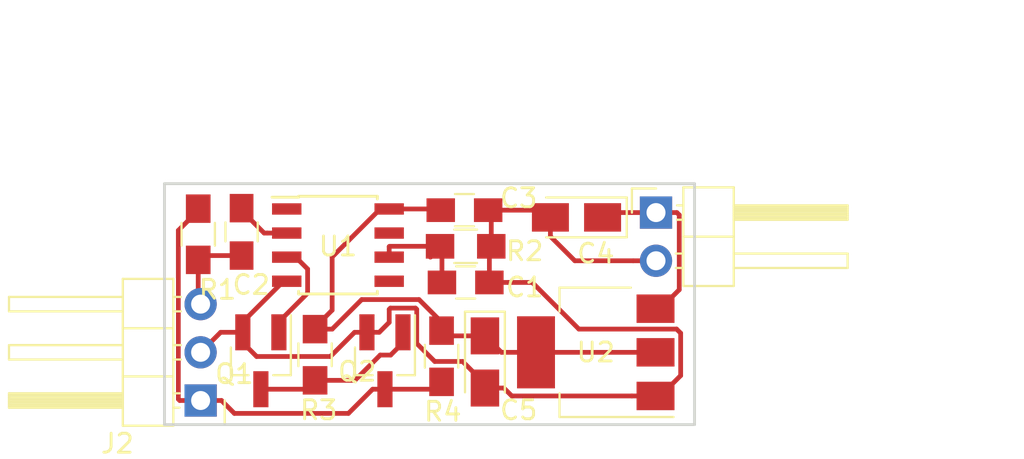
<source format=kicad_pcb>
(kicad_pcb (version 20171130) (host pcbnew "(2017-12-18 revision 3c6d17026)-makepkg")

  (general
    (thickness 1.6)
    (drawings 6)
    (tracks 108)
    (zones 0)
    (modules 15)
    (nets 13)
  )

  (page A4 portrait)
  (layers
    (0 F.Cu signal)
    (31 B.Cu signal)
    (33 F.Adhes user)
    (35 F.Paste user)
    (37 F.SilkS user)
    (39 F.Mask user)
    (40 Dwgs.User user)
    (41 Cmts.User user)
    (42 Eco1.User user)
    (43 Eco2.User user)
    (44 Edge.Cuts user)
    (45 Margin user)
    (47 F.CrtYd user)
    (49 F.Fab user)
  )

  (setup
    (last_trace_width 0.25)
    (trace_clearance 0.2)
    (zone_clearance 0.508)
    (zone_45_only no)
    (trace_min 0.2)
    (segment_width 0.2)
    (edge_width 0.15)
    (via_size 0.8)
    (via_drill 0.4)
    (via_min_size 0.4)
    (via_min_drill 0.3)
    (uvia_size 0.3)
    (uvia_drill 0.1)
    (uvias_allowed no)
    (uvia_min_size 0.2)
    (uvia_min_drill 0.1)
    (pcb_text_width 0.3)
    (pcb_text_size 1.5 1.5)
    (mod_edge_width 0.15)
    (mod_text_size 1 1)
    (mod_text_width 0.15)
    (pad_size 0.6 0.6)
    (pad_drill 0.3)
    (pad_to_mask_clearance 0.2)
    (aux_axis_origin 0 0)
    (visible_elements 7FFFFFFF)
    (pcbplotparams
      (layerselection 0x010fc_ffffffff)
      (usegerberextensions false)
      (usegerberattributes false)
      (usegerberadvancedattributes false)
      (creategerberjobfile false)
      (excludeedgelayer true)
      (linewidth 0.100000)
      (plotframeref false)
      (viasonmask false)
      (mode 1)
      (useauxorigin false)
      (hpglpennumber 1)
      (hpglpenspeed 20)
      (hpglpendiameter 15)
      (psnegative false)
      (psa4output false)
      (plotreference true)
      (plotvalue true)
      (plotinvisibletext false)
      (padsonsilk false)
      (subtractmaskfromsilk false)
      (outputformat 1)
      (mirror false)
      (drillshape 1)
      (scaleselection 1)
      (outputdirectory ""))
  )

  (net 0 "")
  (net 1 "Net-(C1-Pad1)")
  (net 2 GND)
  (net 3 "Net-(C2-Pad2)")
  (net 4 VideoIN)
  (net 5 +5V)
  (net 6 +12V)
  (net 7 VideoOUT)
  (net 8 "Net-(Q1-Pad1)")
  (net 9 "Net-(Q1-Pad3)")
  (net 10 "Net-(U1-Pad1)")
  (net 11 "Net-(U1-Pad5)")
  (net 12 "Net-(U1-Pad7)")

  (net_class Default "This is the default net class."
    (clearance 0.2)
    (trace_width 0.25)
    (via_dia 0.8)
    (via_drill 0.4)
    (uvia_dia 0.3)
    (uvia_drill 0.1)
    (add_net +12V)
    (add_net +5V)
    (add_net GND)
    (add_net "Net-(C1-Pad1)")
    (add_net "Net-(C2-Pad2)")
    (add_net "Net-(Q1-Pad1)")
    (add_net "Net-(Q1-Pad3)")
    (add_net "Net-(U1-Pad1)")
    (add_net "Net-(U1-Pad5)")
    (add_net "Net-(U1-Pad7)")
    (add_net VideoIN)
    (add_net VideoOUT)
  )

  (module Pin_Headers:Pin_Header_Angled_1x02_Pitch2.54mm (layer F.Cu) (tedit 5A45835D) (tstamp 5A463860)
    (at 55.118 29.464)
    (descr "Through hole angled pin header, 1x02, 2.54mm pitch, 6mm pin length, single row")
    (tags "Through hole angled pin header THT 1x02 2.54mm single row")
    (path /5A455CEA)
    (fp_text reference J1 (at 4.385 -2.27) (layer F.SilkS) hide
      (effects (font (size 1 1) (thickness 0.15)))
    )
    (fp_text value PWR (at 4.385 4.81) (layer F.Fab)
      (effects (font (size 1 1) (thickness 0.15)))
    )
    (fp_line (start 2.135 -1.27) (end 4.04 -1.27) (layer F.Fab) (width 0.1))
    (fp_line (start 4.04 -1.27) (end 4.04 3.81) (layer F.Fab) (width 0.1))
    (fp_line (start 4.04 3.81) (end 1.5 3.81) (layer F.Fab) (width 0.1))
    (fp_line (start 1.5 3.81) (end 1.5 -0.635) (layer F.Fab) (width 0.1))
    (fp_line (start 1.5 -0.635) (end 2.135 -1.27) (layer F.Fab) (width 0.1))
    (fp_line (start -0.32 -0.32) (end 1.5 -0.32) (layer F.Fab) (width 0.1))
    (fp_line (start -0.32 -0.32) (end -0.32 0.32) (layer F.Fab) (width 0.1))
    (fp_line (start -0.32 0.32) (end 1.5 0.32) (layer F.Fab) (width 0.1))
    (fp_line (start 4.04 -0.32) (end 10.04 -0.32) (layer F.Fab) (width 0.1))
    (fp_line (start 10.04 -0.32) (end 10.04 0.32) (layer F.Fab) (width 0.1))
    (fp_line (start 4.04 0.32) (end 10.04 0.32) (layer F.Fab) (width 0.1))
    (fp_line (start -0.32 2.22) (end 1.5 2.22) (layer F.Fab) (width 0.1))
    (fp_line (start -0.32 2.22) (end -0.32 2.86) (layer F.Fab) (width 0.1))
    (fp_line (start -0.32 2.86) (end 1.5 2.86) (layer F.Fab) (width 0.1))
    (fp_line (start 4.04 2.22) (end 10.04 2.22) (layer F.Fab) (width 0.1))
    (fp_line (start 10.04 2.22) (end 10.04 2.86) (layer F.Fab) (width 0.1))
    (fp_line (start 4.04 2.86) (end 10.04 2.86) (layer F.Fab) (width 0.1))
    (fp_line (start 1.44 -1.33) (end 1.44 3.87) (layer F.SilkS) (width 0.12))
    (fp_line (start 1.44 3.87) (end 4.1 3.87) (layer F.SilkS) (width 0.12))
    (fp_line (start 4.1 3.87) (end 4.1 -1.33) (layer F.SilkS) (width 0.12))
    (fp_line (start 4.1 -1.33) (end 1.44 -1.33) (layer F.SilkS) (width 0.12))
    (fp_line (start 4.1 -0.38) (end 10.1 -0.38) (layer F.SilkS) (width 0.12))
    (fp_line (start 10.1 -0.38) (end 10.1 0.38) (layer F.SilkS) (width 0.12))
    (fp_line (start 10.1 0.38) (end 4.1 0.38) (layer F.SilkS) (width 0.12))
    (fp_line (start 4.1 -0.32) (end 10.1 -0.32) (layer F.SilkS) (width 0.12))
    (fp_line (start 4.1 -0.2) (end 10.1 -0.2) (layer F.SilkS) (width 0.12))
    (fp_line (start 4.1 -0.08) (end 10.1 -0.08) (layer F.SilkS) (width 0.12))
    (fp_line (start 4.1 0.04) (end 10.1 0.04) (layer F.SilkS) (width 0.12))
    (fp_line (start 4.1 0.16) (end 10.1 0.16) (layer F.SilkS) (width 0.12))
    (fp_line (start 4.1 0.28) (end 10.1 0.28) (layer F.SilkS) (width 0.12))
    (fp_line (start 1.11 -0.38) (end 1.44 -0.38) (layer F.SilkS) (width 0.12))
    (fp_line (start 1.11 0.38) (end 1.44 0.38) (layer F.SilkS) (width 0.12))
    (fp_line (start 1.44 1.27) (end 4.1 1.27) (layer F.SilkS) (width 0.12))
    (fp_line (start 4.1 2.16) (end 10.1 2.16) (layer F.SilkS) (width 0.12))
    (fp_line (start 10.1 2.16) (end 10.1 2.92) (layer F.SilkS) (width 0.12))
    (fp_line (start 10.1 2.92) (end 4.1 2.92) (layer F.SilkS) (width 0.12))
    (fp_line (start 1.042929 2.16) (end 1.44 2.16) (layer F.SilkS) (width 0.12))
    (fp_line (start 1.042929 2.92) (end 1.44 2.92) (layer F.SilkS) (width 0.12))
    (fp_line (start -1.27 0) (end -1.27 -1.27) (layer F.SilkS) (width 0.12))
    (fp_line (start -1.27 -1.27) (end 0 -1.27) (layer F.SilkS) (width 0.12))
    (fp_line (start -1.8 -1.8) (end -1.8 4.35) (layer F.CrtYd) (width 0.05))
    (fp_line (start -1.8 4.35) (end 10.55 4.35) (layer F.CrtYd) (width 0.05))
    (fp_line (start 10.55 4.35) (end 10.55 -1.8) (layer F.CrtYd) (width 0.05))
    (fp_line (start 10.55 -1.8) (end -1.8 -1.8) (layer F.CrtYd) (width 0.05))
    (fp_text user %R (at 2.77 1.27 90) (layer F.Fab) hide
      (effects (font (size 1 1) (thickness 0.15)))
    )
    (pad 1 thru_hole rect (at 0 0) (size 1.7 1.7) (drill 1) (layers *.Cu *.Mask)
      (net 6 +12V))
    (pad 2 thru_hole oval (at 0 2.54) (size 1.7 1.7) (drill 1) (layers *.Cu *.Mask)
      (net 2 GND))
    (model ${KISYS3DMOD}/Pin_Headers.3dshapes/Pin_Header_Angled_1x02_Pitch2.54mm.wrl
      (at (xyz 0 0 0))
      (scale (xyz 1 1 1))
      (rotate (xyz 0 0 0))
    )
  )

  (module Capacitors_SMD:C_0805_HandSoldering (layer F.Cu) (tedit 5A45843F) (tstamp 5A46380E)
    (at 45.085 33.147)
    (descr "Capacitor SMD 0805, hand soldering")
    (tags "capacitor 0805")
    (path /5A4561A1)
    (attr smd)
    (fp_text reference C1 (at 3.1115 0.254) (layer F.SilkS)
      (effects (font (size 1 1) (thickness 0.15)))
    )
    (fp_text value 100n (at 0 1.75) (layer F.Fab)
      (effects (font (size 1 1) (thickness 0.15)))
    )
    (fp_text user %R (at 0 -1.75) (layer F.Fab)
      (effects (font (size 1 1) (thickness 0.15)))
    )
    (fp_line (start -1 0.62) (end -1 -0.62) (layer F.Fab) (width 0.1))
    (fp_line (start 1 0.62) (end -1 0.62) (layer F.Fab) (width 0.1))
    (fp_line (start 1 -0.62) (end 1 0.62) (layer F.Fab) (width 0.1))
    (fp_line (start -1 -0.62) (end 1 -0.62) (layer F.Fab) (width 0.1))
    (fp_line (start 0.5 -0.85) (end -0.5 -0.85) (layer F.SilkS) (width 0.12))
    (fp_line (start -0.5 0.85) (end 0.5 0.85) (layer F.SilkS) (width 0.12))
    (fp_line (start -2.25 -0.88) (end 2.25 -0.88) (layer F.CrtYd) (width 0.05))
    (fp_line (start -2.25 -0.88) (end -2.25 0.87) (layer F.CrtYd) (width 0.05))
    (fp_line (start 2.25 0.87) (end 2.25 -0.88) (layer F.CrtYd) (width 0.05))
    (fp_line (start 2.25 0.87) (end -2.25 0.87) (layer F.CrtYd) (width 0.05))
    (pad 1 smd rect (at -1.25 0) (size 1.5 1.25) (layers F.Cu F.Paste F.Mask)
      (net 1 "Net-(C1-Pad1)"))
    (pad 2 smd rect (at 1.25 0) (size 1.5 1.25) (layers F.Cu F.Paste F.Mask)
      (net 2 GND))
    (model Capacitors_SMD.3dshapes/C_0805.wrl
      (at (xyz 0 0 0))
      (scale (xyz 1 1 1))
      (rotate (xyz 0 0 0))
    )
  )

  (module Capacitors_SMD:C_0805_HandSoldering (layer F.Cu) (tedit 5A458469) (tstamp 5A4637DE)
    (at 33.274 30.48 90)
    (descr "Capacitor SMD 0805, hand soldering")
    (tags "capacitor 0805")
    (path /5A456476)
    (attr smd)
    (fp_text reference C2 (at -2.794 0.508 180) (layer F.SilkS)
      (effects (font (size 1 1) (thickness 0.15)))
    )
    (fp_text value 100n (at 0 1.75 90) (layer F.Fab)
      (effects (font (size 1 1) (thickness 0.15)))
    )
    (fp_line (start 2.25 0.87) (end -2.25 0.87) (layer F.CrtYd) (width 0.05))
    (fp_line (start 2.25 0.87) (end 2.25 -0.88) (layer F.CrtYd) (width 0.05))
    (fp_line (start -2.25 -0.88) (end -2.25 0.87) (layer F.CrtYd) (width 0.05))
    (fp_line (start -2.25 -0.88) (end 2.25 -0.88) (layer F.CrtYd) (width 0.05))
    (fp_line (start -0.5 0.85) (end 0.5 0.85) (layer F.SilkS) (width 0.12))
    (fp_line (start 0.5 -0.85) (end -0.5 -0.85) (layer F.SilkS) (width 0.12))
    (fp_line (start -1 -0.62) (end 1 -0.62) (layer F.Fab) (width 0.1))
    (fp_line (start 1 -0.62) (end 1 0.62) (layer F.Fab) (width 0.1))
    (fp_line (start 1 0.62) (end -1 0.62) (layer F.Fab) (width 0.1))
    (fp_line (start -1 0.62) (end -1 -0.62) (layer F.Fab) (width 0.1))
    (fp_text user %R (at 0 -1.75 90) (layer F.Fab)
      (effects (font (size 1 1) (thickness 0.15)))
    )
    (pad 2 smd rect (at 1.25 0 90) (size 1.5 1.25) (layers F.Cu F.Paste F.Mask)
      (net 3 "Net-(C2-Pad2)"))
    (pad 1 smd rect (at -1.25 0 90) (size 1.5 1.25) (layers F.Cu F.Paste F.Mask)
      (net 4 VideoIN))
    (model Capacitors_SMD.3dshapes/C_0805.wrl
      (at (xyz 0 0 0))
      (scale (xyz 1 1 1))
      (rotate (xyz 0 0 0))
    )
  )

  (module Capacitors_SMD:C_0805_HandSoldering (layer F.Cu) (tedit 5A4584FA) (tstamp 5A4637AE)
    (at 45.0215 29.337 180)
    (descr "Capacitor SMD 0805, hand soldering")
    (tags "capacitor 0805")
    (path /5A45BBFB)
    (attr smd)
    (fp_text reference C3 (at -2.8575 0.635 180) (layer F.SilkS)
      (effects (font (size 1 1) (thickness 0.15)))
    )
    (fp_text value 100n (at 0 1.75 180) (layer F.Fab)
      (effects (font (size 1 1) (thickness 0.15)))
    )
    (fp_text user %R (at 0 -1.75 180) (layer F.Fab)
      (effects (font (size 1 1) (thickness 0.15)))
    )
    (fp_line (start -1 0.62) (end -1 -0.62) (layer F.Fab) (width 0.1))
    (fp_line (start 1 0.62) (end -1 0.62) (layer F.Fab) (width 0.1))
    (fp_line (start 1 -0.62) (end 1 0.62) (layer F.Fab) (width 0.1))
    (fp_line (start -1 -0.62) (end 1 -0.62) (layer F.Fab) (width 0.1))
    (fp_line (start 0.5 -0.85) (end -0.5 -0.85) (layer F.SilkS) (width 0.12))
    (fp_line (start -0.5 0.85) (end 0.5 0.85) (layer F.SilkS) (width 0.12))
    (fp_line (start -2.25 -0.88) (end 2.25 -0.88) (layer F.CrtYd) (width 0.05))
    (fp_line (start -2.25 -0.88) (end -2.25 0.87) (layer F.CrtYd) (width 0.05))
    (fp_line (start 2.25 0.87) (end 2.25 -0.88) (layer F.CrtYd) (width 0.05))
    (fp_line (start 2.25 0.87) (end -2.25 0.87) (layer F.CrtYd) (width 0.05))
    (pad 1 smd rect (at -1.25 0 180) (size 1.5 1.25) (layers F.Cu F.Paste F.Mask)
      (net 2 GND))
    (pad 2 smd rect (at 1.25 0 180) (size 1.5 1.25) (layers F.Cu F.Paste F.Mask)
      (net 5 +5V))
    (model Capacitors_SMD.3dshapes/C_0805.wrl
      (at (xyz 0 0 0))
      (scale (xyz 1 1 1))
      (rotate (xyz 0 0 0))
    )
  )

  (module Pin_Headers:Pin_Header_Angled_1x03_Pitch2.54mm (layer F.Cu) (tedit 59650532) (tstamp 5A463720)
    (at 31.115 39.37 180)
    (descr "Through hole angled pin header, 1x03, 2.54mm pitch, 6mm pin length, single row")
    (tags "Through hole angled pin header THT 1x03 2.54mm single row")
    (path /5A45C797)
    (fp_text reference J2 (at 4.385 -2.27 180) (layer F.SilkS)
      (effects (font (size 1 1) (thickness 0.15)))
    )
    (fp_text value Video (at 4.385 7.35 180) (layer F.Fab)
      (effects (font (size 1 1) (thickness 0.15)))
    )
    (fp_line (start 2.135 -1.27) (end 4.04 -1.27) (layer F.Fab) (width 0.1))
    (fp_line (start 4.04 -1.27) (end 4.04 6.35) (layer F.Fab) (width 0.1))
    (fp_line (start 4.04 6.35) (end 1.5 6.35) (layer F.Fab) (width 0.1))
    (fp_line (start 1.5 6.35) (end 1.5 -0.635) (layer F.Fab) (width 0.1))
    (fp_line (start 1.5 -0.635) (end 2.135 -1.27) (layer F.Fab) (width 0.1))
    (fp_line (start -0.32 -0.32) (end 1.5 -0.32) (layer F.Fab) (width 0.1))
    (fp_line (start -0.32 -0.32) (end -0.32 0.32) (layer F.Fab) (width 0.1))
    (fp_line (start -0.32 0.32) (end 1.5 0.32) (layer F.Fab) (width 0.1))
    (fp_line (start 4.04 -0.32) (end 10.04 -0.32) (layer F.Fab) (width 0.1))
    (fp_line (start 10.04 -0.32) (end 10.04 0.32) (layer F.Fab) (width 0.1))
    (fp_line (start 4.04 0.32) (end 10.04 0.32) (layer F.Fab) (width 0.1))
    (fp_line (start -0.32 2.22) (end 1.5 2.22) (layer F.Fab) (width 0.1))
    (fp_line (start -0.32 2.22) (end -0.32 2.86) (layer F.Fab) (width 0.1))
    (fp_line (start -0.32 2.86) (end 1.5 2.86) (layer F.Fab) (width 0.1))
    (fp_line (start 4.04 2.22) (end 10.04 2.22) (layer F.Fab) (width 0.1))
    (fp_line (start 10.04 2.22) (end 10.04 2.86) (layer F.Fab) (width 0.1))
    (fp_line (start 4.04 2.86) (end 10.04 2.86) (layer F.Fab) (width 0.1))
    (fp_line (start -0.32 4.76) (end 1.5 4.76) (layer F.Fab) (width 0.1))
    (fp_line (start -0.32 4.76) (end -0.32 5.4) (layer F.Fab) (width 0.1))
    (fp_line (start -0.32 5.4) (end 1.5 5.4) (layer F.Fab) (width 0.1))
    (fp_line (start 4.04 4.76) (end 10.04 4.76) (layer F.Fab) (width 0.1))
    (fp_line (start 10.04 4.76) (end 10.04 5.4) (layer F.Fab) (width 0.1))
    (fp_line (start 4.04 5.4) (end 10.04 5.4) (layer F.Fab) (width 0.1))
    (fp_line (start 1.44 -1.33) (end 1.44 6.41) (layer F.SilkS) (width 0.12))
    (fp_line (start 1.44 6.41) (end 4.1 6.41) (layer F.SilkS) (width 0.12))
    (fp_line (start 4.1 6.41) (end 4.1 -1.33) (layer F.SilkS) (width 0.12))
    (fp_line (start 4.1 -1.33) (end 1.44 -1.33) (layer F.SilkS) (width 0.12))
    (fp_line (start 4.1 -0.38) (end 10.1 -0.38) (layer F.SilkS) (width 0.12))
    (fp_line (start 10.1 -0.38) (end 10.1 0.38) (layer F.SilkS) (width 0.12))
    (fp_line (start 10.1 0.38) (end 4.1 0.38) (layer F.SilkS) (width 0.12))
    (fp_line (start 4.1 -0.32) (end 10.1 -0.32) (layer F.SilkS) (width 0.12))
    (fp_line (start 4.1 -0.2) (end 10.1 -0.2) (layer F.SilkS) (width 0.12))
    (fp_line (start 4.1 -0.08) (end 10.1 -0.08) (layer F.SilkS) (width 0.12))
    (fp_line (start 4.1 0.04) (end 10.1 0.04) (layer F.SilkS) (width 0.12))
    (fp_line (start 4.1 0.16) (end 10.1 0.16) (layer F.SilkS) (width 0.12))
    (fp_line (start 4.1 0.28) (end 10.1 0.28) (layer F.SilkS) (width 0.12))
    (fp_line (start 1.11 -0.38) (end 1.44 -0.38) (layer F.SilkS) (width 0.12))
    (fp_line (start 1.11 0.38) (end 1.44 0.38) (layer F.SilkS) (width 0.12))
    (fp_line (start 1.44 1.27) (end 4.1 1.27) (layer F.SilkS) (width 0.12))
    (fp_line (start 4.1 2.16) (end 10.1 2.16) (layer F.SilkS) (width 0.12))
    (fp_line (start 10.1 2.16) (end 10.1 2.92) (layer F.SilkS) (width 0.12))
    (fp_line (start 10.1 2.92) (end 4.1 2.92) (layer F.SilkS) (width 0.12))
    (fp_line (start 1.042929 2.16) (end 1.44 2.16) (layer F.SilkS) (width 0.12))
    (fp_line (start 1.042929 2.92) (end 1.44 2.92) (layer F.SilkS) (width 0.12))
    (fp_line (start 1.44 3.81) (end 4.1 3.81) (layer F.SilkS) (width 0.12))
    (fp_line (start 4.1 4.7) (end 10.1 4.7) (layer F.SilkS) (width 0.12))
    (fp_line (start 10.1 4.7) (end 10.1 5.46) (layer F.SilkS) (width 0.12))
    (fp_line (start 10.1 5.46) (end 4.1 5.46) (layer F.SilkS) (width 0.12))
    (fp_line (start 1.042929 4.7) (end 1.44 4.7) (layer F.SilkS) (width 0.12))
    (fp_line (start 1.042929 5.46) (end 1.44 5.46) (layer F.SilkS) (width 0.12))
    (fp_line (start -1.27 0) (end -1.27 -1.27) (layer F.SilkS) (width 0.12))
    (fp_line (start -1.27 -1.27) (end 0 -1.27) (layer F.SilkS) (width 0.12))
    (fp_line (start -1.8 -1.8) (end -1.8 6.85) (layer F.CrtYd) (width 0.05))
    (fp_line (start -1.8 6.85) (end 10.55 6.85) (layer F.CrtYd) (width 0.05))
    (fp_line (start 10.55 6.85) (end 10.55 -1.8) (layer F.CrtYd) (width 0.05))
    (fp_line (start 10.55 -1.8) (end -1.8 -1.8) (layer F.CrtYd) (width 0.05))
    (fp_text user %R (at 2.77 2.54 270) (layer F.Fab)
      (effects (font (size 1 1) (thickness 0.15)))
    )
    (pad 1 thru_hole rect (at 0 0 180) (size 1.7 1.7) (drill 1) (layers *.Cu *.Mask)
      (net 7 VideoOUT))
    (pad 2 thru_hole oval (at 0 2.54 180) (size 1.7 1.7) (drill 1) (layers *.Cu *.Mask)
      (net 2 GND))
    (pad 3 thru_hole oval (at 0 5.08 180) (size 1.7 1.7) (drill 1) (layers *.Cu *.Mask)
      (net 4 VideoIN))
    (model ${KISYS3DMOD}/Pin_Headers.3dshapes/Pin_Header_Angled_1x03_Pitch2.54mm.wrl
      (at (xyz 0 0 0))
      (scale (xyz 1 1 1))
      (rotate (xyz 0 0 0))
    )
  )

  (module TO_SOT_Packages_SMD:SOT-23_Handsoldering (layer F.Cu) (tedit 5A45848C) (tstamp 5A4636B9)
    (at 34.29 37.2745 270)
    (descr "SOT-23, Handsoldering")
    (tags SOT-23)
    (path /5A456EA0)
    (attr smd)
    (fp_text reference Q1 (at 0.6985 1.397) (layer F.SilkS)
      (effects (font (size 1 1) (thickness 0.15)))
    )
    (fp_text value BSS138 (at 0 2.5 270) (layer F.Fab)
      (effects (font (size 1 1) (thickness 0.15)))
    )
    (fp_text user %R (at 0 0) (layer F.Fab)
      (effects (font (size 0.5 0.5) (thickness 0.075)))
    )
    (fp_line (start 0.76 1.58) (end 0.76 0.65) (layer F.SilkS) (width 0.12))
    (fp_line (start 0.76 -1.58) (end 0.76 -0.65) (layer F.SilkS) (width 0.12))
    (fp_line (start -2.7 -1.75) (end 2.7 -1.75) (layer F.CrtYd) (width 0.05))
    (fp_line (start 2.7 -1.75) (end 2.7 1.75) (layer F.CrtYd) (width 0.05))
    (fp_line (start 2.7 1.75) (end -2.7 1.75) (layer F.CrtYd) (width 0.05))
    (fp_line (start -2.7 1.75) (end -2.7 -1.75) (layer F.CrtYd) (width 0.05))
    (fp_line (start 0.76 -1.58) (end -2.4 -1.58) (layer F.SilkS) (width 0.12))
    (fp_line (start -0.7 -0.95) (end -0.7 1.5) (layer F.Fab) (width 0.1))
    (fp_line (start -0.15 -1.52) (end 0.7 -1.52) (layer F.Fab) (width 0.1))
    (fp_line (start -0.7 -0.95) (end -0.15 -1.52) (layer F.Fab) (width 0.1))
    (fp_line (start 0.7 -1.52) (end 0.7 1.52) (layer F.Fab) (width 0.1))
    (fp_line (start -0.7 1.52) (end 0.7 1.52) (layer F.Fab) (width 0.1))
    (fp_line (start 0.76 1.58) (end -0.7 1.58) (layer F.SilkS) (width 0.12))
    (pad 1 smd rect (at -1.5 -0.95 270) (size 1.9 0.8) (layers F.Cu F.Paste F.Mask)
      (net 8 "Net-(Q1-Pad1)"))
    (pad 2 smd rect (at -1.5 0.95 270) (size 1.9 0.8) (layers F.Cu F.Paste F.Mask)
      (net 2 GND))
    (pad 3 smd rect (at 1.5 0 270) (size 1.9 0.8) (layers F.Cu F.Paste F.Mask)
      (net 9 "Net-(Q1-Pad3)"))
    (model ${KISYS3DMOD}/TO_SOT_Packages_SMD.3dshapes\SOT-23.wrl
      (at (xyz 0 0 0))
      (scale (xyz 1 1 1))
      (rotate (xyz 0 0 0))
    )
  )

  (module TO_SOT_Packages_SMD:SOT-23_Handsoldering (layer F.Cu) (tedit 5A4584A7) (tstamp 5A46367D)
    (at 40.8305 37.2745 270)
    (descr "SOT-23, Handsoldering")
    (tags SOT-23)
    (path /5A457046)
    (attr smd)
    (fp_text reference Q2 (at 0.5715 1.4605) (layer F.SilkS)
      (effects (font (size 1 1) (thickness 0.15)))
    )
    (fp_text value BSS138 (at 0 2.5 270) (layer F.Fab)
      (effects (font (size 1 1) (thickness 0.15)))
    )
    (fp_line (start 0.76 1.58) (end -0.7 1.58) (layer F.SilkS) (width 0.12))
    (fp_line (start -0.7 1.52) (end 0.7 1.52) (layer F.Fab) (width 0.1))
    (fp_line (start 0.7 -1.52) (end 0.7 1.52) (layer F.Fab) (width 0.1))
    (fp_line (start -0.7 -0.95) (end -0.15 -1.52) (layer F.Fab) (width 0.1))
    (fp_line (start -0.15 -1.52) (end 0.7 -1.52) (layer F.Fab) (width 0.1))
    (fp_line (start -0.7 -0.95) (end -0.7 1.5) (layer F.Fab) (width 0.1))
    (fp_line (start 0.76 -1.58) (end -2.4 -1.58) (layer F.SilkS) (width 0.12))
    (fp_line (start -2.7 1.75) (end -2.7 -1.75) (layer F.CrtYd) (width 0.05))
    (fp_line (start 2.7 1.75) (end -2.7 1.75) (layer F.CrtYd) (width 0.05))
    (fp_line (start 2.7 -1.75) (end 2.7 1.75) (layer F.CrtYd) (width 0.05))
    (fp_line (start -2.7 -1.75) (end 2.7 -1.75) (layer F.CrtYd) (width 0.05))
    (fp_line (start 0.76 -1.58) (end 0.76 -0.65) (layer F.SilkS) (width 0.12))
    (fp_line (start 0.76 1.58) (end 0.76 0.65) (layer F.SilkS) (width 0.12))
    (fp_text user %R (at 0 0) (layer F.Fab)
      (effects (font (size 0.5 0.5) (thickness 0.075)))
    )
    (pad 3 smd rect (at 1.5 0 270) (size 1.9 0.8) (layers F.Cu F.Paste F.Mask)
      (net 7 VideoOUT))
    (pad 2 smd rect (at -1.5 0.95 270) (size 1.9 0.8) (layers F.Cu F.Paste F.Mask)
      (net 2 GND))
    (pad 1 smd rect (at -1.5 -0.95 270) (size 1.9 0.8) (layers F.Cu F.Paste F.Mask)
      (net 9 "Net-(Q1-Pad3)"))
    (model ${KISYS3DMOD}/TO_SOT_Packages_SMD.3dshapes\SOT-23.wrl
      (at (xyz 0 0 0))
      (scale (xyz 1 1 1))
      (rotate (xyz 0 0 0))
    )
  )

  (module Resistors_SMD:R_0805_HandSoldering (layer F.Cu) (tedit 5A458471) (tstamp 5A463649)
    (at 30.988 30.607 90)
    (descr "Resistor SMD 0805, hand soldering")
    (tags "resistor 0805")
    (path /5A458794)
    (attr smd)
    (fp_text reference R1 (at -2.921 1.016 180) (layer F.SilkS)
      (effects (font (size 1 1) (thickness 0.15)))
    )
    (fp_text value 220 (at 0 1.75 90) (layer F.Fab)
      (effects (font (size 1 1) (thickness 0.15)))
    )
    (fp_line (start 2.35 0.9) (end -2.35 0.9) (layer F.CrtYd) (width 0.05))
    (fp_line (start 2.35 0.9) (end 2.35 -0.9) (layer F.CrtYd) (width 0.05))
    (fp_line (start -2.35 -0.9) (end -2.35 0.9) (layer F.CrtYd) (width 0.05))
    (fp_line (start -2.35 -0.9) (end 2.35 -0.9) (layer F.CrtYd) (width 0.05))
    (fp_line (start -0.6 -0.88) (end 0.6 -0.88) (layer F.SilkS) (width 0.12))
    (fp_line (start 0.6 0.88) (end -0.6 0.88) (layer F.SilkS) (width 0.12))
    (fp_line (start -1 -0.62) (end 1 -0.62) (layer F.Fab) (width 0.1))
    (fp_line (start 1 -0.62) (end 1 0.62) (layer F.Fab) (width 0.1))
    (fp_line (start 1 0.62) (end -1 0.62) (layer F.Fab) (width 0.1))
    (fp_line (start -1 0.62) (end -1 -0.62) (layer F.Fab) (width 0.1))
    (fp_text user %R (at 0 0 90) (layer F.Fab)
      (effects (font (size 0.5 0.5) (thickness 0.075)))
    )
    (pad 2 smd rect (at 1.35 0 90) (size 1.5 1.3) (layers F.Cu F.Paste F.Mask)
      (net 7 VideoOUT))
    (pad 1 smd rect (at -1.35 0 90) (size 1.5 1.3) (layers F.Cu F.Paste F.Mask)
      (net 4 VideoIN))
    (model ${KISYS3DMOD}/Resistors_SMD.3dshapes/R_0805.wrl
      (at (xyz 0 0 0))
      (scale (xyz 1 1 1))
      (rotate (xyz 0 0 0))
    )
  )

  (module Resistors_SMD:R_0805_HandSoldering (layer F.Cu) (tedit 5A45842E) (tstamp 5A463619)
    (at 45.085 31.242)
    (descr "Resistor SMD 0805, hand soldering")
    (tags "resistor 0805")
    (path /5A4560E0)
    (attr smd)
    (fp_text reference R2 (at 3.1115 0.254) (layer F.SilkS)
      (effects (font (size 1 1) (thickness 0.15)))
    )
    (fp_text value 680k (at 0 1.75) (layer F.Fab)
      (effects (font (size 1 1) (thickness 0.15)))
    )
    (fp_text user %R (at 2.8575 0.127) (layer F.Fab)
      (effects (font (size 0.5 0.5) (thickness 0.075)))
    )
    (fp_line (start -1 0.62) (end -1 -0.62) (layer F.Fab) (width 0.1))
    (fp_line (start 1 0.62) (end -1 0.62) (layer F.Fab) (width 0.1))
    (fp_line (start 1 -0.62) (end 1 0.62) (layer F.Fab) (width 0.1))
    (fp_line (start -1 -0.62) (end 1 -0.62) (layer F.Fab) (width 0.1))
    (fp_line (start 0.6 0.88) (end -0.6 0.88) (layer F.SilkS) (width 0.12))
    (fp_line (start -0.6 -0.88) (end 0.6 -0.88) (layer F.SilkS) (width 0.12))
    (fp_line (start -2.35 -0.9) (end 2.35 -0.9) (layer F.CrtYd) (width 0.05))
    (fp_line (start -2.35 -0.9) (end -2.35 0.9) (layer F.CrtYd) (width 0.05))
    (fp_line (start 2.35 0.9) (end 2.35 -0.9) (layer F.CrtYd) (width 0.05))
    (fp_line (start 2.35 0.9) (end -2.35 0.9) (layer F.CrtYd) (width 0.05))
    (pad 1 smd rect (at -1.35 0) (size 1.5 1.3) (layers F.Cu F.Paste F.Mask)
      (net 1 "Net-(C1-Pad1)"))
    (pad 2 smd rect (at 1.35 0) (size 1.5 1.3) (layers F.Cu F.Paste F.Mask)
      (net 2 GND))
    (model ${KISYS3DMOD}/Resistors_SMD.3dshapes/R_0805.wrl
      (at (xyz 0 0 0))
      (scale (xyz 1 1 1))
      (rotate (xyz 0 0 0))
    )
  )

  (module Resistors_SMD:R_0805_HandSoldering (layer F.Cu) (tedit 5A4584BE) (tstamp 5A4635E9)
    (at 37.1475 36.957 270)
    (descr "Resistor SMD 0805, hand soldering")
    (tags "resistor 0805")
    (path /5A456F86)
    (attr smd)
    (fp_text reference R3 (at 2.921 -0.1905) (layer F.SilkS)
      (effects (font (size 1 1) (thickness 0.15)))
    )
    (fp_text value 10k (at 0 1.75 270) (layer F.Fab)
      (effects (font (size 1 1) (thickness 0.15)))
    )
    (fp_line (start 2.35 0.9) (end -2.35 0.9) (layer F.CrtYd) (width 0.05))
    (fp_line (start 2.35 0.9) (end 2.35 -0.9) (layer F.CrtYd) (width 0.05))
    (fp_line (start -2.35 -0.9) (end -2.35 0.9) (layer F.CrtYd) (width 0.05))
    (fp_line (start -2.35 -0.9) (end 2.35 -0.9) (layer F.CrtYd) (width 0.05))
    (fp_line (start -0.6 -0.88) (end 0.6 -0.88) (layer F.SilkS) (width 0.12))
    (fp_line (start 0.6 0.88) (end -0.6 0.88) (layer F.SilkS) (width 0.12))
    (fp_line (start -1 -0.62) (end 1 -0.62) (layer F.Fab) (width 0.1))
    (fp_line (start 1 -0.62) (end 1 0.62) (layer F.Fab) (width 0.1))
    (fp_line (start 1 0.62) (end -1 0.62) (layer F.Fab) (width 0.1))
    (fp_line (start -1 0.62) (end -1 -0.62) (layer F.Fab) (width 0.1))
    (fp_text user %R (at 0 0 270) (layer F.Fab)
      (effects (font (size 0.5 0.5) (thickness 0.075)))
    )
    (pad 2 smd rect (at 1.35 0 270) (size 1.5 1.3) (layers F.Cu F.Paste F.Mask)
      (net 9 "Net-(Q1-Pad3)"))
    (pad 1 smd rect (at -1.35 0 270) (size 1.5 1.3) (layers F.Cu F.Paste F.Mask)
      (net 5 +5V))
    (model ${KISYS3DMOD}/Resistors_SMD.3dshapes/R_0805.wrl
      (at (xyz 0 0 0))
      (scale (xyz 1 1 1))
      (rotate (xyz 0 0 0))
    )
  )

  (module Resistors_SMD:R_0805_HandSoldering (layer F.Cu) (tedit 5A458392) (tstamp 5A4635B9)
    (at 43.815 37.037 270)
    (descr "Resistor SMD 0805, hand soldering")
    (tags "resistor 0805")
    (path /5A457088)
    (attr smd)
    (fp_text reference R4 (at 2.921 -0.0635) (layer F.SilkS)
      (effects (font (size 1 1) (thickness 0.15)))
    )
    (fp_text value 1M (at 0 1.75 270) (layer F.Fab)
      (effects (font (size 1 1) (thickness 0.15)))
    )
    (fp_text user %R (at 0 0 270) (layer F.Fab)
      (effects (font (size 0.5 0.5) (thickness 0.075)))
    )
    (fp_line (start -1 0.62) (end -1 -0.62) (layer F.Fab) (width 0.1))
    (fp_line (start 1 0.62) (end -1 0.62) (layer F.Fab) (width 0.1))
    (fp_line (start 1 -0.62) (end 1 0.62) (layer F.Fab) (width 0.1))
    (fp_line (start -1 -0.62) (end 1 -0.62) (layer F.Fab) (width 0.1))
    (fp_line (start 0.6 0.88) (end -0.6 0.88) (layer F.SilkS) (width 0.12))
    (fp_line (start -0.6 -0.88) (end 0.6 -0.88) (layer F.SilkS) (width 0.12))
    (fp_line (start -2.35 -0.9) (end 2.35 -0.9) (layer F.CrtYd) (width 0.05))
    (fp_line (start -2.35 -0.9) (end -2.35 0.9) (layer F.CrtYd) (width 0.05))
    (fp_line (start 2.35 0.9) (end 2.35 -0.9) (layer F.CrtYd) (width 0.05))
    (fp_line (start 2.35 0.9) (end -2.35 0.9) (layer F.CrtYd) (width 0.05))
    (pad 1 smd rect (at -1.35 0 270) (size 1.5 1.3) (layers F.Cu F.Paste F.Mask)
      (net 5 +5V))
    (pad 2 smd rect (at 1.35 0 270) (size 1.5 1.3) (layers F.Cu F.Paste F.Mask)
      (net 7 VideoOUT))
    (model ${KISYS3DMOD}/Resistors_SMD.3dshapes/R_0805.wrl
      (at (xyz 0 0 0))
      (scale (xyz 1 1 1))
      (rotate (xyz 0 0 0))
    )
  )

  (module Housings_SOIC:SOIC-8_3.9x4.9mm_Pitch1.27mm (layer F.Cu) (tedit 5A45844D) (tstamp 5A463571)
    (at 38.354 31.1785)
    (descr "8-Lead Plastic Small Outline (SN) - Narrow, 3.90 mm Body [SOIC] (see Microchip Packaging Specification 00000049BS.pdf)")
    (tags "SOIC 1.27")
    (path /5A4522AE)
    (attr smd)
    (fp_text reference U1 (at 0 0.0635) (layer F.SilkS)
      (effects (font (size 1 1) (thickness 0.15)))
    )
    (fp_text value LM1881 (at 0 3.5) (layer F.Fab)
      (effects (font (size 1 1) (thickness 0.15)))
    )
    (fp_text user %R (at 0 0) (layer F.Fab)
      (effects (font (size 1 1) (thickness 0.15)))
    )
    (fp_line (start -0.95 -2.45) (end 1.95 -2.45) (layer F.Fab) (width 0.1))
    (fp_line (start 1.95 -2.45) (end 1.95 2.45) (layer F.Fab) (width 0.1))
    (fp_line (start 1.95 2.45) (end -1.95 2.45) (layer F.Fab) (width 0.1))
    (fp_line (start -1.95 2.45) (end -1.95 -1.45) (layer F.Fab) (width 0.1))
    (fp_line (start -1.95 -1.45) (end -0.95 -2.45) (layer F.Fab) (width 0.1))
    (fp_line (start -3.73 -2.7) (end -3.73 2.7) (layer F.CrtYd) (width 0.05))
    (fp_line (start 3.73 -2.7) (end 3.73 2.7) (layer F.CrtYd) (width 0.05))
    (fp_line (start -3.73 -2.7) (end 3.73 -2.7) (layer F.CrtYd) (width 0.05))
    (fp_line (start -3.73 2.7) (end 3.73 2.7) (layer F.CrtYd) (width 0.05))
    (fp_line (start -2.075 -2.575) (end -2.075 -2.525) (layer F.SilkS) (width 0.15))
    (fp_line (start 2.075 -2.575) (end 2.075 -2.43) (layer F.SilkS) (width 0.15))
    (fp_line (start 2.075 2.575) (end 2.075 2.43) (layer F.SilkS) (width 0.15))
    (fp_line (start -2.075 2.575) (end -2.075 2.43) (layer F.SilkS) (width 0.15))
    (fp_line (start -2.075 -2.575) (end 2.075 -2.575) (layer F.SilkS) (width 0.15))
    (fp_line (start -2.075 2.575) (end 2.075 2.575) (layer F.SilkS) (width 0.15))
    (fp_line (start -2.075 -2.525) (end -3.475 -2.525) (layer F.SilkS) (width 0.15))
    (pad 1 smd rect (at -2.7 -1.905) (size 1.55 0.6) (layers F.Cu F.Paste F.Mask)
      (net 10 "Net-(U1-Pad1)"))
    (pad 2 smd rect (at -2.7 -0.635) (size 1.55 0.6) (layers F.Cu F.Paste F.Mask)
      (net 3 "Net-(C2-Pad2)"))
    (pad 3 smd rect (at -2.7 0.635) (size 1.55 0.6) (layers F.Cu F.Paste F.Mask)
      (net 8 "Net-(Q1-Pad1)"))
    (pad 4 smd rect (at -2.7 1.905) (size 1.55 0.6) (layers F.Cu F.Paste F.Mask)
      (net 2 GND))
    (pad 5 smd rect (at 2.7 1.905) (size 1.55 0.6) (layers F.Cu F.Paste F.Mask)
      (net 11 "Net-(U1-Pad5)"))
    (pad 6 smd rect (at 2.7 0.635) (size 1.55 0.6) (layers F.Cu F.Paste F.Mask)
      (net 1 "Net-(C1-Pad1)"))
    (pad 7 smd rect (at 2.7 -0.635) (size 1.55 0.6) (layers F.Cu F.Paste F.Mask)
      (net 12 "Net-(U1-Pad7)"))
    (pad 8 smd rect (at 2.7 -1.905) (size 1.55 0.6) (layers F.Cu F.Paste F.Mask)
      (net 5 +5V))
    (model ${KISYS3DMOD}/Housings_SOIC.3dshapes/SOIC-8_3.9x4.9mm_Pitch1.27mm.wrl
      (at (xyz 0 0 0))
      (scale (xyz 1 1 1))
      (rotate (xyz 0 0 0))
    )
  )

  (module TO_SOT_Packages_SMD:SOT-223-3_TabPin2 (layer F.Cu) (tedit 5A458352) (tstamp 5A46352B)
    (at 51.943 36.83 180)
    (descr "module CMS SOT223 4 pins")
    (tags "CMS SOT")
    (path /5A452448)
    (attr smd)
    (fp_text reference U2 (at 0 0 180) (layer F.SilkS)
      (effects (font (size 1 1) (thickness 0.15)))
    )
    (fp_text value AMS1117-50 (at 0 4.5 180) (layer F.Fab)
      (effects (font (size 1 1) (thickness 0.15)))
    )
    (fp_text user %R (at 0 0 270) (layer F.Fab)
      (effects (font (size 0.8 0.8) (thickness 0.12)))
    )
    (fp_line (start 1.91 3.41) (end 1.91 2.15) (layer F.SilkS) (width 0.12))
    (fp_line (start 1.91 -3.41) (end 1.91 -2.15) (layer F.SilkS) (width 0.12))
    (fp_line (start 4.4 -3.6) (end -4.4 -3.6) (layer F.CrtYd) (width 0.05))
    (fp_line (start 4.4 3.6) (end 4.4 -3.6) (layer F.CrtYd) (width 0.05))
    (fp_line (start -4.4 3.6) (end 4.4 3.6) (layer F.CrtYd) (width 0.05))
    (fp_line (start -4.4 -3.6) (end -4.4 3.6) (layer F.CrtYd) (width 0.05))
    (fp_line (start -1.85 -2.35) (end -0.85 -3.35) (layer F.Fab) (width 0.1))
    (fp_line (start -1.85 -2.35) (end -1.85 3.35) (layer F.Fab) (width 0.1))
    (fp_line (start -1.85 3.41) (end 1.91 3.41) (layer F.SilkS) (width 0.12))
    (fp_line (start -0.85 -3.35) (end 1.85 -3.35) (layer F.Fab) (width 0.1))
    (fp_line (start -4.1 -3.41) (end 1.91 -3.41) (layer F.SilkS) (width 0.12))
    (fp_line (start -1.85 3.35) (end 1.85 3.35) (layer F.Fab) (width 0.1))
    (fp_line (start 1.85 -3.35) (end 1.85 3.35) (layer F.Fab) (width 0.1))
    (pad 2 smd rect (at 3.15 0 180) (size 2 3.8) (layers F.Cu F.Paste F.Mask)
      (net 5 +5V))
    (pad 2 smd rect (at -3.15 0 180) (size 2 1.5) (layers F.Cu F.Paste F.Mask)
      (net 5 +5V))
    (pad 3 smd rect (at -3.15 2.3 180) (size 2 1.5) (layers F.Cu F.Paste F.Mask)
      (net 6 +12V))
    (pad 1 smd rect (at -3.15 -2.3 180) (size 2 1.5) (layers F.Cu F.Paste F.Mask)
      (net 2 GND))
    (model ${KISYS3DMOD}/TO_SOT_Packages_SMD.3dshapes/SOT-223.wrl
      (at (xyz 0 0 0))
      (scale (xyz 1 1 1))
      (rotate (xyz 0 0 0))
    )
  )

  (module Capacitors_Tantalum_SMD:CP_Tantalum_Case-A_EIA-3216-18_Reflow (layer F.Cu) (tedit 5A4583BD) (tstamp 5A4634F0)
    (at 50.927 29.718 180)
    (descr "Tantalum capacitor, Case A, EIA 3216-18, 3.2x1.6x1.6mm, Reflow soldering footprint")
    (tags "capacitor tantalum smd")
    (path /5A455BB9)
    (attr smd)
    (fp_text reference C4 (at -1.016 -1.905 180) (layer F.SilkS)
      (effects (font (size 1 1) (thickness 0.15)))
    )
    (fp_text value CP (at 0 2.55 180) (layer F.Fab)
      (effects (font (size 1 1) (thickness 0.15)))
    )
    (fp_line (start -2.65 -1.05) (end -2.65 1.05) (layer F.SilkS) (width 0.12))
    (fp_line (start -2.65 1.05) (end 1.6 1.05) (layer F.SilkS) (width 0.12))
    (fp_line (start -2.65 -1.05) (end 1.6 -1.05) (layer F.SilkS) (width 0.12))
    (fp_line (start -1.12 -0.8) (end -1.12 0.8) (layer F.Fab) (width 0.1))
    (fp_line (start -1.28 -0.8) (end -1.28 0.8) (layer F.Fab) (width 0.1))
    (fp_line (start 1.6 -0.8) (end -1.6 -0.8) (layer F.Fab) (width 0.1))
    (fp_line (start 1.6 0.8) (end 1.6 -0.8) (layer F.Fab) (width 0.1))
    (fp_line (start -1.6 0.8) (end 1.6 0.8) (layer F.Fab) (width 0.1))
    (fp_line (start -1.6 -0.8) (end -1.6 0.8) (layer F.Fab) (width 0.1))
    (fp_line (start 2.75 -1.2) (end -2.75 -1.2) (layer F.CrtYd) (width 0.05))
    (fp_line (start 2.75 1.2) (end 2.75 -1.2) (layer F.CrtYd) (width 0.05))
    (fp_line (start -2.75 1.2) (end 2.75 1.2) (layer F.CrtYd) (width 0.05))
    (fp_line (start -2.75 -1.2) (end -2.75 1.2) (layer F.CrtYd) (width 0.05))
    (fp_text user %R (at 0 0 180) (layer F.Fab)
      (effects (font (size 0.7 0.7) (thickness 0.105)))
    )
    (pad 2 smd rect (at 1.375 0 180) (size 1.95 1.5) (layers F.Cu F.Paste F.Mask)
      (net 2 GND))
    (pad 1 smd rect (at -1.375 0 180) (size 1.95 1.5) (layers F.Cu F.Paste F.Mask)
      (net 6 +12V))
    (model Capacitors_Tantalum_SMD.3dshapes/CP_Tantalum_Case-A_EIA-3216-18.wrl
      (at (xyz 0 0 0))
      (scale (xyz 1 1 1))
      (rotate (xyz 0 0 0))
    )
  )

  (module Capacitors_Tantalum_SMD:CP_Tantalum_Case-A_EIA-3216-18_Reflow (layer F.Cu) (tedit 5A4583AC) (tstamp 5A4634B7)
    (at 46.101 37.338 270)
    (descr "Tantalum capacitor, Case A, EIA 3216-18, 3.2x1.6x1.6mm, Reflow soldering footprint")
    (tags "capacitor tantalum smd")
    (path /5A455B2C)
    (attr smd)
    (fp_text reference C5 (at 2.54 -1.778) (layer F.SilkS)
      (effects (font (size 1 1) (thickness 0.15)))
    )
    (fp_text value CP (at 0 2.55 270) (layer F.Fab)
      (effects (font (size 1 1) (thickness 0.15)))
    )
    (fp_text user %R (at 0 0 270) (layer F.Fab)
      (effects (font (size 0.7 0.7) (thickness 0.105)))
    )
    (fp_line (start -2.75 -1.2) (end -2.75 1.2) (layer F.CrtYd) (width 0.05))
    (fp_line (start -2.75 1.2) (end 2.75 1.2) (layer F.CrtYd) (width 0.05))
    (fp_line (start 2.75 1.2) (end 2.75 -1.2) (layer F.CrtYd) (width 0.05))
    (fp_line (start 2.75 -1.2) (end -2.75 -1.2) (layer F.CrtYd) (width 0.05))
    (fp_line (start -1.6 -0.8) (end -1.6 0.8) (layer F.Fab) (width 0.1))
    (fp_line (start -1.6 0.8) (end 1.6 0.8) (layer F.Fab) (width 0.1))
    (fp_line (start 1.6 0.8) (end 1.6 -0.8) (layer F.Fab) (width 0.1))
    (fp_line (start 1.6 -0.8) (end -1.6 -0.8) (layer F.Fab) (width 0.1))
    (fp_line (start -1.28 -0.8) (end -1.28 0.8) (layer F.Fab) (width 0.1))
    (fp_line (start -1.12 -0.8) (end -1.12 0.8) (layer F.Fab) (width 0.1))
    (fp_line (start -2.65 -1.05) (end 1.6 -1.05) (layer F.SilkS) (width 0.12))
    (fp_line (start -2.65 1.05) (end 1.6 1.05) (layer F.SilkS) (width 0.12))
    (fp_line (start -2.65 -1.05) (end -2.65 1.05) (layer F.SilkS) (width 0.12))
    (pad 1 smd rect (at -1.375 0 270) (size 1.95 1.5) (layers F.Cu F.Paste F.Mask)
      (net 5 +5V))
    (pad 2 smd rect (at 1.375 0 270) (size 1.95 1.5) (layers F.Cu F.Paste F.Mask)
      (net 2 GND))
    (model Capacitors_Tantalum_SMD.3dshapes/CP_Tantalum_Case-A_EIA-3216-18.wrl
      (at (xyz 0 0 0))
      (scale (xyz 1 1 1))
      (rotate (xyz 0 0 0))
    )
  )

  (dimension 12.7 (width 0.3) (layer Dwgs.User) (tstamp 5A46394A)
    (gr_text "12.700 mm" (at 71.835 34.29 270) (layer Dwgs.User) (tstamp 5A46394B)
      (effects (font (size 1.5 1.5) (thickness 0.3)))
    )
    (feature1 (pts (xy 66.421 40.64) (xy 73.185 40.64)))
    (feature2 (pts (xy 66.421 27.94) (xy 73.185 27.94)))
    (crossbar (pts (xy 70.485 27.94) (xy 70.485 40.64)))
    (arrow1a (pts (xy 70.485 40.64) (xy 69.898579 39.513496)))
    (arrow1b (pts (xy 70.485 40.64) (xy 71.071421 39.513496)))
    (arrow2a (pts (xy 70.485 27.94) (xy 69.898579 29.066504)))
    (arrow2b (pts (xy 70.485 27.94) (xy 71.071421 29.066504)))
  )
  (dimension 27.94 (width 0.3) (layer Dwgs.User) (tstamp 5A463944)
    (gr_text "27.940 mm" (at 43.18 20.113) (layer Dwgs.User) (tstamp 5A463945)
      (effects (font (size 1.5 1.5) (thickness 0.3)))
    )
    (feature1 (pts (xy 57.15 25.654) (xy 57.15 18.763)))
    (feature2 (pts (xy 29.21 25.654) (xy 29.21 18.763)))
    (crossbar (pts (xy 29.21 21.463) (xy 57.15 21.463)))
    (arrow1a (pts (xy 57.15 21.463) (xy 56.023496 22.049421)))
    (arrow1b (pts (xy 57.15 21.463) (xy 56.023496 20.876579)))
    (arrow2a (pts (xy 29.21 21.463) (xy 30.336504 22.049421)))
    (arrow2b (pts (xy 29.21 21.463) (xy 30.336504 20.876579)))
  )
  (gr_line (start 57.15 40.64) (end 29.21 40.64) (angle 90) (layer Edge.Cuts) (width 0.15) (tstamp 5A463940))
  (gr_line (start 57.15 27.94) (end 29.21 27.94) (angle 90) (layer Edge.Cuts) (width 0.15) (tstamp 5A46393D))
  (gr_line (start 57.15 27.94) (end 57.15 40.64) (angle 90) (layer Edge.Cuts) (width 0.15) (tstamp 5A46393A))
  (gr_line (start 29.21 27.94) (end 29.21 40.64) (angle 90) (layer Edge.Cuts) (width 0.15) (tstamp 5A463937))

  (segment (start 43.735 31.242) (end 41.0755 31.242) (width 0.25) (layer F.Cu) (net 1) (tstamp 5A463412))
  (segment (start 41.0755 31.242) (end 41.054 31.2635) (width 0.25) (layer F.Cu) (net 1) (tstamp 5A46340C))
  (segment (start 41.054 31.2635) (end 41.054 31.8135) (width 0.25) (layer F.Cu) (net 1) (tstamp 5A463409))
  (segment (start 43.835 33.147) (end 43.835 31.342) (width 0.25) (layer F.Cu) (net 1) (tstamp 5A46340F))
  (segment (start 43.835 31.342) (end 43.735 31.242) (width 0.25) (layer F.Cu) (net 1) (tstamp 5A463424))
  (segment (start 43.6715 33.301) (end 43.7715 33.401) (width 0.25) (layer F.Cu) (net 1) (tstamp 5A46342D))
  (segment (start 43.227 31.8135) (end 43.6715 31.369) (width 0.25) (layer F.Cu) (net 1) (tstamp 5A463952) (status 30))
  (segment (start 49.552 29.718) (end 49.552 30.718) (width 0.25) (layer F.Cu) (net 2) (tstamp 5A463925))
  (segment (start 49.552 30.718) (end 50.838 32.004) (width 0.25) (layer F.Cu) (net 2) (tstamp 5A463928))
  (segment (start 50.838 32.004) (end 53.915919 32.004) (width 0.25) (layer F.Cu) (net 2) (tstamp 5A4638F5))
  (segment (start 53.915919 32.004) (end 55.118 32.004) (width 0.25) (layer F.Cu) (net 2) (tstamp 5A46392B))
  (segment (start 46.2715 29.337) (end 49.171 29.337) (width 0.25) (layer F.Cu) (net 2) (tstamp 5A463922))
  (segment (start 49.171 29.337) (end 49.552 29.718) (width 0.25) (layer F.Cu) (net 2) (tstamp 5A46391C))
  (segment (start 46.435 31.242) (end 46.435 29.5005) (width 0.25) (layer F.Cu) (net 2) (tstamp 5A46390D))
  (segment (start 46.435 29.5005) (end 46.2715 29.337) (width 0.25) (layer F.Cu) (net 2) (tstamp 5A463910))
  (segment (start 46.335 33.147) (end 46.335 31.342) (width 0.25) (layer F.Cu) (net 2) (tstamp 5A463916))
  (segment (start 46.335 31.342) (end 46.435 31.242) (width 0.25) (layer F.Cu) (net 2) (tstamp 5A46391F))
  (segment (start 33.34 35.7745) (end 33.34 35.2245) (width 0.25) (layer F.Cu) (net 2) (tstamp 5A463919))
  (segment (start 33.34 35.2245) (end 35.481 33.0835) (width 0.25) (layer F.Cu) (net 2) (tstamp 5A463913))
  (segment (start 35.481 33.0835) (end 35.654 33.0835) (width 0.25) (layer F.Cu) (net 2) (tstamp 5A46390A))
  (segment (start 55.093 39.13) (end 55.343 39.13) (width 0.25) (layer F.Cu) (net 2) (tstamp 5A463901))
  (segment (start 55.343 39.13) (end 56.418001 38.054999) (width 0.25) (layer F.Cu) (net 2) (tstamp 5A46392E))
  (segment (start 56.418001 38.054999) (end 56.418001 35.819999) (width 0.25) (layer F.Cu) (net 2) (tstamp 5A463931))
  (segment (start 56.418001 35.819999) (end 56.203003 35.605001) (width 0.25) (layer F.Cu) (net 2) (tstamp 5A4638FB))
  (segment (start 56.203003 35.605001) (end 51.053003 35.605001) (width 0.25) (layer F.Cu) (net 2) (tstamp 5A463904))
  (segment (start 51.053003 35.605001) (end 48.595002 33.147) (width 0.25) (layer F.Cu) (net 2) (tstamp 5A4638FE))
  (segment (start 48.595002 33.147) (end 47.335 33.147) (width 0.25) (layer F.Cu) (net 2) (tstamp 5A4638F8))
  (segment (start 47.335 33.147) (end 46.335 33.147) (width 0.25) (layer F.Cu) (net 2) (tstamp 5A463907))
  (segment (start 42.440501 34.499499) (end 42.505501 34.564499) (width 0.25) (layer F.Cu) (net 2) (tstamp 5A4638EF))
  (segment (start 42.505501 34.564499) (end 42.505501 36.362503) (width 0.25) (layer F.Cu) (net 2) (tstamp 5A4638E9))
  (segment (start 41.055499 35.249501) (end 41.055499 34.564499) (width 0.25) (layer F.Cu) (net 2) (tstamp 5A4638E6))
  (segment (start 42.505501 36.362503) (end 43.454997 37.311999) (width 0.25) (layer F.Cu) (net 2) (tstamp 5A4638E3))
  (segment (start 43.454997 37.311999) (end 44.924999 37.311999) (width 0.25) (layer F.Cu) (net 2) (tstamp 5A4638DD))
  (segment (start 46.101 38.488) (end 46.101 38.713) (width 0.25) (layer F.Cu) (net 2) (tstamp 5A4638DA))
  (segment (start 44.924999 37.311999) (end 46.101 38.488) (width 0.25) (layer F.Cu) (net 2) (tstamp 5A4638D7))
  (segment (start 41.120499 34.499499) (end 42.440501 34.499499) (width 0.25) (layer F.Cu) (net 2) (tstamp 5A4638D4))
  (segment (start 41.055499 34.564499) (end 41.120499 34.499499) (width 0.25) (layer F.Cu) (net 2) (tstamp 5A4638D1))
  (segment (start 40.5305 35.7745) (end 41.055499 35.249501) (width 0.25) (layer F.Cu) (net 2) (tstamp 5A4638CE))
  (segment (start 39.8805 35.7745) (end 40.5305 35.7745) (width 0.25) (layer F.Cu) (net 2) (tstamp 5A4638CB))
  (segment (start 39.8805 35.7745) (end 39.2305 35.7745) (width 0.25) (layer F.Cu) (net 2) (tstamp 5A46341E))
  (segment (start 39.2305 35.7745) (end 37.955499 37.049501) (width 0.25) (layer F.Cu) (net 2) (tstamp 5A46341B))
  (segment (start 37.955499 37.049501) (end 34.065001 37.049501) (width 0.25) (layer F.Cu) (net 2) (tstamp 5A463418))
  (segment (start 34.065001 37.049501) (end 33.34 36.3245) (width 0.25) (layer F.Cu) (net 2) (tstamp 5A463415))
  (segment (start 33.34 36.3245) (end 33.34 35.7745) (width 0.25) (layer F.Cu) (net 2) (tstamp 5A463421))
  (segment (start 46.101 38.713) (end 47.101 38.713) (width 0.25) (layer F.Cu) (net 2) (tstamp 5A463955))
  (segment (start 47.101 38.713) (end 47.518 39.13) (width 0.25) (layer F.Cu) (net 2) (tstamp 5A46394F))
  (segment (start 47.518 39.13) (end 53.843 39.13) (width 0.25) (layer F.Cu) (net 2) (tstamp 5A463958))
  (segment (start 53.843 39.13) (end 55.093 39.13) (width 0.25) (layer F.Cu) (net 2) (tstamp 5A46395B))
  (segment (start 33.34 35.7745) (end 32.1705 35.7745) (width 0.25) (layer F.Cu) (net 2) (tstamp 5A46395E))
  (segment (start 32.1705 35.7745) (end 31.115 36.83) (width 0.25) (layer F.Cu) (net 2) (tstamp 5A463964))
  (segment (start 33.274 29.23) (end 33.274 29.355) (width 0.25) (layer F.Cu) (net 3) (tstamp 5A463967))
  (segment (start 33.274 29.355) (end 34.4625 30.5435) (width 0.25) (layer F.Cu) (net 3) (tstamp 5A46396A))
  (segment (start 34.4625 30.5435) (end 34.629 30.5435) (width 0.25) (layer F.Cu) (net 3) (tstamp 5A46396D))
  (segment (start 34.629 30.5435) (end 35.654 30.5435) (width 0.25) (layer F.Cu) (net 3) (tstamp 5A463970))
  (segment (start 30.988 31.957) (end 30.988 34.163) (width 0.25) (layer F.Cu) (net 4) (tstamp 5A463973))
  (segment (start 30.988 34.163) (end 31.115 34.29) (width 0.25) (layer F.Cu) (net 4) (tstamp 5A463976))
  (segment (start 33.274 31.73) (end 31.215 31.73) (width 0.25) (layer F.Cu) (net 4) (tstamp 5A463979))
  (segment (start 31.215 31.73) (end 30.988 31.957) (width 0.25) (layer F.Cu) (net 4) (tstamp 5A463961))
  (segment (start 43.815 35.237587) (end 42.626901 34.049488) (width 0.25) (layer F.Cu) (net 5) (tstamp 5A4638EC))
  (segment (start 43.815 35.687) (end 43.815 35.237587) (width 0.25) (layer F.Cu) (net 5) (tstamp 5A4638E0))
  (segment (start 42.626901 34.049488) (end 39.605012 34.049488) (width 0.25) (layer F.Cu) (net 5) (tstamp 5A4638C8))
  (segment (start 39.605012 34.049488) (end 38.0475 35.607) (width 0.25) (layer F.Cu) (net 5) (tstamp 5A4638C5))
  (segment (start 38.0475 35.607) (end 37.1475 35.607) (width 0.25) (layer F.Cu) (net 5) (tstamp 5A4638F2))
  (segment (start 46.101 35.963) (end 44.091 35.963) (width 0.25) (layer F.Cu) (net 5) (tstamp 5A463403))
  (segment (start 44.091 35.963) (end 43.815 35.687) (width 0.25) (layer F.Cu) (net 5) (tstamp 5A463406))
  (segment (start 37.1475 35.507) (end 38.0475 34.607) (width 0.25) (layer F.Cu) (net 5) (tstamp 5A46397C))
  (segment (start 37.1475 35.607) (end 37.1475 35.507) (width 0.25) (layer F.Cu) (net 5) (tstamp 5A463934))
  (segment (start 38.0475 34.607) (end 38.0475 31.805) (width 0.25) (layer F.Cu) (net 5) (tstamp 5A4634A2))
  (segment (start 40.579 29.2735) (end 41.054 29.2735) (width 0.25) (layer F.Cu) (net 5) (tstamp 5A46349F))
  (segment (start 38.0475 31.805) (end 40.579 29.2735) (width 0.25) (layer F.Cu) (net 5) (tstamp 5A46349C))
  (segment (start 41.054 29.2735) (end 43.708 29.2735) (width 0.25) (layer F.Cu) (net 5) (tstamp 5A463499))
  (segment (start 43.708 29.2735) (end 43.7715 29.337) (width 0.25) (layer F.Cu) (net 5) (tstamp 5A463496))
  (segment (start 55.093 36.83) (end 48.793 36.83) (width 0.25) (layer F.Cu) (net 5) (tstamp 5A463493))
  (segment (start 48.793 36.83) (end 46.968 36.83) (width 0.25) (layer F.Cu) (net 5) (tstamp 5A463490))
  (segment (start 46.968 36.83) (end 46.101 35.963) (width 0.25) (layer F.Cu) (net 5) (tstamp 5A46348D))
  (segment (start 55.093 34.53) (end 55.343 34.53) (width 0.25) (layer F.Cu) (net 6) (tstamp 5A46348A))
  (segment (start 55.343 34.53) (end 56.343 33.53) (width 0.25) (layer F.Cu) (net 6) (tstamp 5A463487))
  (segment (start 56.343 33.53) (end 56.343 29.589) (width 0.25) (layer F.Cu) (net 6) (tstamp 5A463484))
  (segment (start 56.343 29.589) (end 56.218 29.464) (width 0.25) (layer F.Cu) (net 6) (tstamp 5A463481))
  (segment (start 56.218 29.464) (end 55.118 29.464) (width 0.25) (layer F.Cu) (net 6) (tstamp 5A46347E))
  (segment (start 55.118 29.464) (end 52.556 29.464) (width 0.25) (layer F.Cu) (net 6) (tstamp 5A46347B) (status 20))
  (segment (start 52.556 29.464) (end 52.302 29.718) (width 0.25) (layer F.Cu) (net 6) (tstamp 5A463478) (status 30))
  (segment (start 55.093 34.53) (end 54.843 34.53) (width 0.25) (layer F.Cu) (net 6) (tstamp 5A463475))
  (segment (start 40.8305 38.7745) (end 43.4275 38.7745) (width 0.25) (layer F.Cu) (net 7) (tstamp 5A463427))
  (segment (start 43.4275 38.7745) (end 43.815 38.387) (width 0.25) (layer F.Cu) (net 7) (tstamp 5A46342A))
  (segment (start 40.8305 38.7745) (end 40.1805 38.7745) (width 0.25) (layer F.Cu) (net 7) (tstamp 5A463472))
  (segment (start 40.1805 38.7745) (end 38.905499 40.049501) (width 0.25) (layer F.Cu) (net 7) (tstamp 5A46346F))
  (segment (start 38.905499 40.049501) (end 32.894501 40.049501) (width 0.25) (layer F.Cu) (net 7) (tstamp 5A46346C))
  (segment (start 32.894501 40.049501) (end 32.215 39.37) (width 0.25) (layer F.Cu) (net 7) (tstamp 5A463469))
  (segment (start 32.215 39.37) (end 31.115 39.37) (width 0.25) (layer F.Cu) (net 7) (tstamp 5A463466))
  (segment (start 30.988 29.257) (end 30.988 29.357) (width 0.25) (layer F.Cu) (net 7) (tstamp 5A463463))
  (segment (start 30.988 29.357) (end 29.939999 30.405001) (width 0.25) (layer F.Cu) (net 7) (tstamp 5A463460))
  (segment (start 29.939999 30.405001) (end 29.939999 39.294999) (width 0.25) (layer F.Cu) (net 7) (tstamp 5A46345D))
  (segment (start 29.939999 39.294999) (end 30.015 39.37) (width 0.25) (layer F.Cu) (net 7) (tstamp 5A46345A))
  (segment (start 30.015 39.37) (end 31.115 39.37) (width 0.25) (layer F.Cu) (net 7) (tstamp 5A463457))
  (segment (start 35.24 35.7745) (end 35.24 35.2245) (width 0.25) (layer F.Cu) (net 8) (tstamp 5A463454))
  (segment (start 35.24 35.2245) (end 36.754001 33.710499) (width 0.25) (layer F.Cu) (net 8) (tstamp 5A463451))
  (segment (start 36.754001 33.710499) (end 36.754001 32.438501) (width 0.25) (layer F.Cu) (net 8) (tstamp 5A46344E))
  (segment (start 36.754001 32.438501) (end 36.129 31.8135) (width 0.25) (layer F.Cu) (net 8) (tstamp 5A46344B))
  (segment (start 36.129 31.8135) (end 35.654 31.8135) (width 0.25) (layer F.Cu) (net 8) (tstamp 5A463448))
  (segment (start 35.654 31.8135) (end 35.179 31.8135) (width 0.25) (layer F.Cu) (net 8) (tstamp 5A463445))
  (segment (start 37.1475 38.307) (end 39.248 38.307) (width 0.25) (layer F.Cu) (net 9) (tstamp 5A463442))
  (segment (start 39.248 38.307) (end 40.5805 36.9745) (width 0.25) (layer F.Cu) (net 9) (tstamp 5A46343F))
  (segment (start 40.5805 36.9745) (end 41.1305 36.9745) (width 0.25) (layer F.Cu) (net 9) (tstamp 5A46343C))
  (segment (start 41.1305 36.9745) (end 41.7805 36.3245) (width 0.25) (layer F.Cu) (net 9) (tstamp 5A463439))
  (segment (start 41.7805 36.3245) (end 41.7805 35.7745) (width 0.25) (layer F.Cu) (net 9) (tstamp 5A463436))
  (segment (start 34.29 38.7745) (end 36.68 38.7745) (width 0.25) (layer F.Cu) (net 9) (tstamp 5A463433))
  (segment (start 36.68 38.7745) (end 37.1475 38.307) (width 0.25) (layer F.Cu) (net 9) (tstamp 5A463430))

)

</source>
